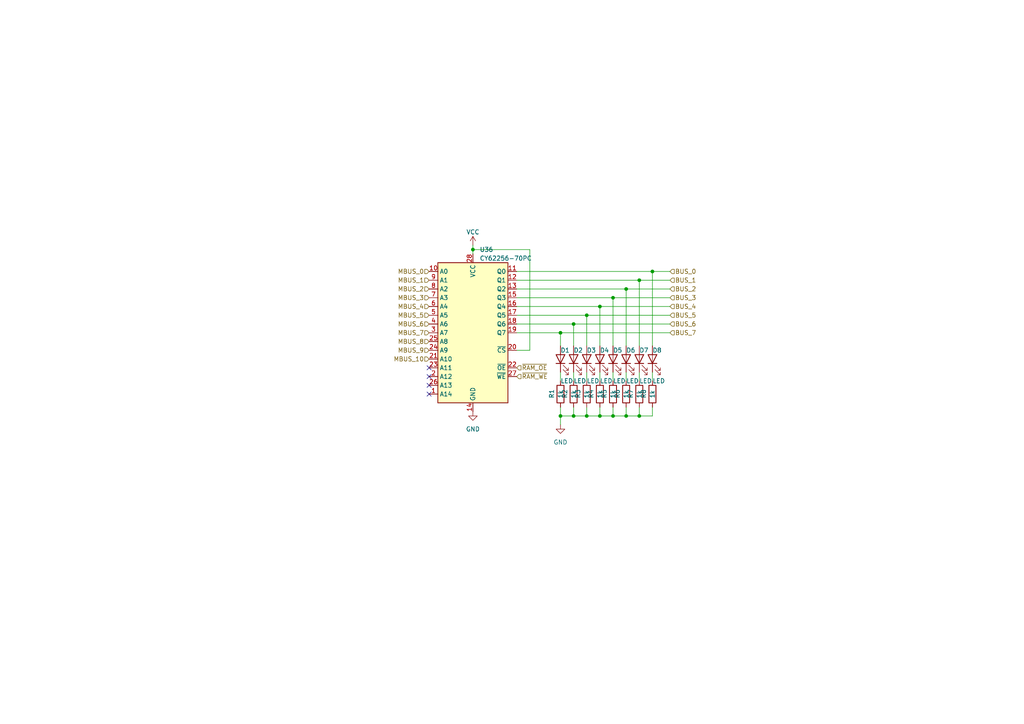
<source format=kicad_sch>
(kicad_sch (version 20230121) (generator eeschema)
  (paper "A4")
  (lib_symbols
    (symbol "Device:LED" (pin_numbers hide) (pin_names (offset 1.016) hide)
      (property "Reference" "D" (at 0 2.54 0))
      (property "Value" "LED" (at 0 -2.54 0))
      (symbol "LED_0_1"
        (polyline (pts (xy -1.27 -1.27) (xy -1.27 1.27)) (stroke (width 0.254)))
        (polyline (pts (xy -1.27 0) (xy 1.27 0)))
        (polyline (pts (xy 1.27 -1.27) (xy 1.27 1.27) (xy -1.27 0) (xy 1.27 -1.27)) (stroke (width 0.254)))
        (polyline (pts (xy -3.048 -0.762) (xy -4.572 -2.286) (xy -3.81 -2.286) (xy -4.572 -2.286) (xy -4.572 -1.524)))
        (polyline (pts (xy -1.778 -0.762) (xy -3.302 -2.286) (xy -2.54 -2.286) (xy -3.302 -2.286) (xy -3.302 -1.524)))
      )
      (symbol "LED_1_1"
        (pin passive line (at -3.81 0 0) (length 2.54) (name "K") (number "1"))
        (pin passive line (at 3.81 0 180) (length 2.54) (name "A") (number "2"))
      )
    )
    (symbol "Device:R" (pin_numbers hide) (pin_names (offset 0))
      (property "Reference" "R" (at 2.032 0 90))
      (property "Value" "R" (at 0 0 90))
      (symbol "R_0_1"
        (rectangle (start -1.016 -2.54) (end 1.016 2.54) (stroke (width 0.254)))
      )
      (symbol "R_1_1"
        (pin passive line (at 0 3.81 270) (length 1.27) (name "~") (number "1"))
        (pin passive line (at 0 -3.81 90) (length 1.27) (name "~") (number "2"))
      )
    )
    (symbol "Memory_RAM:CY62256-70PC"
      (property "Reference" "U" (at -10.16 20.955 0))
      (property "Value" "CY62256-70PC" (at 2.54 20.955 0))
      (symbol "CY62256-70PC_0_0"
        (pin power_in line (at 0 -22.86 90) (length 2.54) (name "GND") (number "14"))
        (pin power_in line (at 0 22.86 270) (length 2.54) (name "VCC") (number "28"))
      )
      (symbol "CY62256-70PC_0_1"
        (rectangle (start -10.16 20.32) (end 10.16 -20.32) (stroke (width 0.254)) (fill (type background)))
      )
      (symbol "CY62256-70PC_1_1"
        (pin input line (at -12.7 -17.78 0) (length 2.54) (name "A14") (number "1"))
        (pin input line (at -12.7 17.78 0) (length 2.54) (name "A0") (number "10"))
        (pin tri_state line (at 12.7 17.78 180) (length 2.54) (name "Q0") (number "11"))
        (pin tri_state line (at 12.7 15.24 180) (length 2.54) (name "Q1") (number "12"))
        (pin tri_state line (at 12.7 12.7 180) (length 2.54) (name "Q2") (number "13"))
        (pin tri_state line (at 12.7 10.16 180) (length 2.54) (name "Q3") (number "15"))
        (pin tri_state line (at 12.7 7.62 180) (length 2.54) (name "Q4") (number "16"))
        (pin tri_state line (at 12.7 5.08 180) (length 2.54) (name "Q5") (number "17"))
        (pin tri_state line (at 12.7 2.54 180) (length 2.54) (name "Q6") (number "18"))
        (pin tri_state line (at 12.7 0 180) (length 2.54) (name "Q7") (number "19"))
        (pin input line (at -12.7 -12.7 0) (length 2.54) (name "A12") (number "2"))
        (pin input line (at 12.7 -5.08 180) (length 2.54) (name "~{CS}") (number "20"))
        (pin input line (at -12.7 -7.62 0) (length 2.54) (name "A10") (number "21"))
        (pin input line (at 12.7 -10.16 180) (length 2.54) (name "~{OE}") (number "22"))
        (pin input line (at -12.7 -10.16 0) (length 2.54) (name "A11") (number "23"))
        (pin input line (at -12.7 -5.08 0) (length 2.54) (name "A9") (number "24"))
        (pin input line (at -12.7 -2.54 0) (length 2.54) (name "A8") (number "25"))
        (pin input line (at -12.7 -15.24 0) (length 2.54) (name "A13") (number "26"))
        (pin input line (at 12.7 -12.7 180) (length 2.54) (name "~{WE}") (number "27"))
        (pin input line (at -12.7 0 0) (length 2.54) (name "A7") (number "3"))
        (pin input line (at -12.7 2.54 0) (length 2.54) (name "A6") (number "4"))
        (pin input line (at -12.7 5.08 0) (length 2.54) (name "A5") (number "5"))
        (pin input line (at -12.7 7.62 0) (length 2.54) (name "A4") (number "6"))
        (pin input line (at -12.7 10.16 0) (length 2.54) (name "A3") (number "7"))
        (pin input line (at -12.7 12.7 0) (length 2.54) (name "A2") (number "8"))
        (pin input line (at -12.7 15.24 0) (length 2.54) (name "A1") (number "9"))
      )
    )
    (symbol "power:GND" (power) (pin_names (offset 0))
      (property "Value" "GND" (at 0 -3.81 0))
      (symbol "GND_0_1"
        (polyline (pts (xy 0 0) (xy 0 -1.27) (xy 1.27 -1.27) (xy 0 -2.54) (xy -1.27 -1.27) (xy 0 -1.27)))
      )
      (symbol "GND_1_1"
        (pin power_in line (at 0 0 270) (length 0) hide (name "GND") (number "1"))
      )
    )
    (symbol "power:VCC" (power) (pin_names (offset 0))
      (property "Value" "VCC" (at 0 3.81 0))
      (symbol "VCC_0_1"
        (polyline (pts (xy -0.762 1.27) (xy 0 2.54)))
        (polyline (pts (xy 0 0) (xy 0 2.54)))
        (polyline (pts (xy 0 2.54) (xy 0.762 1.27)))
      )
      (symbol "VCC_1_1"
        (pin power_in line (at 0 0 90) (length 0) hide (name "VCC") (number "1"))
      )
    )
  )
  (junction (at 166.37 93.98))
  (junction (at 177.8 120.65))
  (junction (at 170.18 91.44))
  (junction (at 189.23 78.74))
  (junction (at 177.8 86.36))
  (junction (at 173.99 120.65))
  (junction (at 137.16 72.39))
  (junction (at 170.18 120.65))
  (junction (at 162.56 120.65))
  (junction (at 166.37 120.65))
  (junction (at 173.99 88.9))
  (junction (at 181.61 83.82))
  (junction (at 162.56 96.52))
  (junction (at 185.42 81.28))
  (junction (at 181.61 120.65))
  (junction (at 185.42 120.65))
  (no_connect (at 124.46 111.76))
  (no_connect (at 124.46 109.22))
  (no_connect (at 124.46 106.68))
  (no_connect (at 124.46 114.3))
  (wire (pts (xy 189.23 78.74) (xy 194.31 78.74)))
  (wire (pts (xy 153.67 72.39) (xy 153.67 101.6)))
  (wire (pts (xy 177.8 86.36) (xy 177.8 100.33)))
  (wire (pts (xy 170.18 118.11) (xy 170.18 120.65)))
  (wire (pts (xy 181.61 107.95) (xy 181.61 110.49)))
  (wire (pts (xy 137.16 71.12) (xy 137.16 72.39)))
  (wire (pts (xy 170.18 107.95) (xy 170.18 110.49)))
  (wire (pts (xy 185.42 81.28) (xy 194.31 81.28)))
  (wire (pts (xy 166.37 107.95) (xy 166.37 110.49)))
  (wire (pts (xy 181.61 100.33) (xy 181.61 83.82)))
  (wire (pts (xy 185.42 120.65) (xy 189.23 120.65)))
  (wire (pts (xy 162.56 107.95) (xy 162.56 110.49)))
  (wire (pts (xy 181.61 118.11) (xy 181.61 120.65)))
  (wire (pts (xy 149.86 91.44) (xy 170.18 91.44)))
  (wire (pts (xy 177.8 118.11) (xy 177.8 120.65)))
  (wire (pts (xy 170.18 91.44) (xy 194.31 91.44)))
  (wire (pts (xy 137.16 72.39) (xy 153.67 72.39)))
  (wire (pts (xy 149.86 86.36) (xy 177.8 86.36)))
  (wire (pts (xy 162.56 120.65) (xy 162.56 123.19)))
  (wire (pts (xy 170.18 120.65) (xy 173.99 120.65)))
  (wire (pts (xy 166.37 93.98) (xy 166.37 100.33)))
  (wire (pts (xy 189.23 120.65) (xy 189.23 118.11)))
  (wire (pts (xy 189.23 107.95) (xy 189.23 110.49)))
  (wire (pts (xy 149.86 93.98) (xy 166.37 93.98)))
  (wire (pts (xy 185.42 118.11) (xy 185.42 120.65)))
  (wire (pts (xy 166.37 93.98) (xy 194.31 93.98)))
  (wire (pts (xy 177.8 120.65) (xy 181.61 120.65)))
  (wire (pts (xy 181.61 83.82) (xy 194.31 83.82)))
  (wire (pts (xy 149.86 81.28) (xy 185.42 81.28)))
  (wire (pts (xy 185.42 107.95) (xy 185.42 110.49)))
  (wire (pts (xy 162.56 96.52) (xy 162.56 100.33)))
  (wire (pts (xy 162.56 118.11) (xy 162.56 120.65)))
  (wire (pts (xy 189.23 78.74) (xy 189.23 100.33)))
  (wire (pts (xy 162.56 96.52) (xy 194.31 96.52)))
  (wire (pts (xy 149.86 88.9) (xy 173.99 88.9)))
  (wire (pts (xy 173.99 88.9) (xy 194.31 88.9)))
  (wire (pts (xy 173.99 120.65) (xy 177.8 120.65)))
  (wire (pts (xy 149.86 83.82) (xy 181.61 83.82)))
  (wire (pts (xy 166.37 118.11) (xy 166.37 120.65)))
  (wire (pts (xy 185.42 81.28) (xy 185.42 100.33)))
  (wire (pts (xy 149.86 78.74) (xy 189.23 78.74)))
  (wire (pts (xy 177.8 107.95) (xy 177.8 110.49)))
  (wire (pts (xy 166.37 120.65) (xy 170.18 120.65)))
  (wire (pts (xy 162.56 120.65) (xy 166.37 120.65)))
  (wire (pts (xy 149.86 96.52) (xy 162.56 96.52)))
  (wire (pts (xy 137.16 72.39) (xy 137.16 73.66)))
  (wire (pts (xy 173.99 118.11) (xy 173.99 120.65)))
  (wire (pts (xy 173.99 88.9) (xy 173.99 100.33)))
  (wire (pts (xy 170.18 91.44) (xy 170.18 100.33)))
  (wire (pts (xy 173.99 107.95) (xy 173.99 110.49)))
  (wire (pts (xy 181.61 120.65) (xy 185.42 120.65)))
  (wire (pts (xy 153.67 101.6) (xy 149.86 101.6)))
  (wire (pts (xy 177.8 86.36) (xy 194.31 86.36)))
  (hierarchical_label "BUS_5" (shape input) (at 194.31 91.44 0))
  (hierarchical_label "~{RAM_OE}" (shape input) (at 149.86 106.68 0))
  (hierarchical_label "BUS_4" (shape input) (at 194.31 88.9 0))
  (hierarchical_label "BUS_1" (shape input) (at 194.31 81.28 0))
  (hierarchical_label "MBUS_3" (shape input) (at 124.46 86.36 180))
  (hierarchical_label "MBUS_9" (shape input) (at 124.46 101.6 180))
  (hierarchical_label "MBUS_4" (shape input) (at 124.46 88.9 180))
  (hierarchical_label "MBUS_10" (shape input) (at 124.46 104.14 180))
  (hierarchical_label "BUS_6" (shape input) (at 194.31 93.98 0))
  (hierarchical_label "MBUS_0" (shape input) (at 124.46 78.74 180))
  (hierarchical_label "BUS_0" (shape input) (at 194.31 78.74 0))
  (hierarchical_label "MBUS_7" (shape input) (at 124.46 96.52 180))
  (hierarchical_label "~{RAM_WE}" (shape input) (at 149.86 109.22 0))
  (hierarchical_label "MBUS_8" (shape input) (at 124.46 99.06 180))
  (hierarchical_label "MBUS_6" (shape input) (at 124.46 93.98 180))
  (hierarchical_label "MBUS_2" (shape input) (at 124.46 83.82 180))
  (hierarchical_label "MBUS_5" (shape input) (at 124.46 91.44 180))
  (hierarchical_label "BUS_3" (shape input) (at 194.31 86.36 0))
  (hierarchical_label "BUS_2" (shape input) (at 194.31 83.82 0))
  (hierarchical_label "BUS_7" (shape input) (at 194.31 96.52 0))
  (hierarchical_label "MBUS_1" (shape input) (at 124.46 81.28 180))
  (symbol (lib_id "Device:LED") (at 189.23 104.14 90) (unit 1)
    (property "Reference" "D8" (at 189.23 101.6 90) (effects (justify right)))
    (property "Value" "LED" (at 189.23 110.49 90) (effects (justify right)))
    (instances (project "schematics" (path "" (reference "D8") (unit 1)) (path "" (reference "D16") (unit 1)) (path "" (reference "D24") (unit 1)) (path "" (reference "D88") (unit 1))))
  )
  (symbol (lib_id "Device:R") (at 170.18 114.3 0) (unit 1)
    (property "Reference" "R3" (at 167.64 115.57 90) (effects (justify left)))
    (property "Value" "1k" (at 170.18 115.57 90) (effects (justify left)))
    (instances (project "schematics" (path "" (reference "R3") (unit 1)) (path "" (reference "R11") (unit 1)) (path "" (reference "R19") (unit 1)) (path "" (reference "R97") (unit 1))))
  )
  (symbol (lib_id "Device:LED") (at 177.8 104.14 90) (unit 1)
    (property "Reference" "D5" (at 177.8 101.6 90) (effects (justify right)))
    (property "Value" "LED" (at 177.8 110.49 90) (effects (justify right)))
    (instances (project "schematics" (path "" (reference "D5") (unit 1)) (path "" (reference "D13") (unit 1)) (path "" (reference "D21") (unit 1)) (path "" (reference "D85") (unit 1))))
  )
  (symbol (lib_id "Device:LED") (at 173.99 104.14 90) (unit 1)
    (property "Reference" "D4" (at 173.99 101.6 90) (effects (justify right)))
    (property "Value" "LED" (at 173.99 110.49 90) (effects (justify right)))
    (instances (project "schematics" (path "" (reference "D4") (unit 1)) (path "" (reference "D12") (unit 1)) (path "" (reference "D20") (unit 1)) (path "" (reference "D84") (unit 1))))
  )
  (symbol (lib_id "Device:LED") (at 170.18 104.14 90) (unit 1)
    (property "Reference" "D3" (at 170.18 101.6 90) (effects (justify right)))
    (property "Value" "LED" (at 170.18 110.49 90) (effects (justify right)))
    (instances (project "schematics" (path "" (reference "D3") (unit 1)) (path "" (reference "D11") (unit 1)) (path "" (reference "D19") (unit 1)) (path "" (reference "D83") (unit 1))))
  )
  (symbol (lib_id "Device:LED") (at 181.61 104.14 90) (unit 1)
    (property "Reference" "D6" (at 181.61 101.6 90) (effects (justify right)))
    (property "Value" "LED" (at 181.61 110.49 90) (effects (justify right)))
    (instances (project "schematics" (path "" (reference "D6") (unit 1)) (path "" (reference "D14") (unit 1)) (path "" (reference "D22") (unit 1)) (path "" (reference "D86") (unit 1))))
  )
  (symbol (lib_id "Device:R") (at 173.99 114.3 0) (unit 1)
    (property "Reference" "R4" (at 171.45 115.57 90) (effects (justify left)))
    (property "Value" "1k" (at 173.99 115.57 90) (effects (justify left)))
    (instances (project "schematics" (path "" (reference "R4") (unit 1)) (path "" (reference "R12") (unit 1)) (path "" (reference "R20") (unit 1)) (path "" (reference "R98") (unit 1))))
  )
  (symbol (lib_id "Device:R") (at 181.61 114.3 0) (unit 1)
    (property "Reference" "R6" (at 179.07 115.57 90) (effects (justify left)))
    (property "Value" "1k" (at 181.61 115.57 90) (effects (justify left)))
    (instances (project "schematics" (path "" (reference "R6") (unit 1)) (path "" (reference "R14") (unit 1)) (path "" (reference "R22") (unit 1)) (path "" (reference "R100") (unit 1))))
  )
  (symbol (lib_id "Device:R") (at 162.56 114.3 0) (unit 1)
    (property "Reference" "R1" (at 160.02 115.57 90) (effects (justify left)))
    (property "Value" "1k" (at 162.56 115.57 90) (effects (justify left)))
    (instances (project "schematics" (path "" (reference "R1") (unit 1)) (path "" (reference "R9") (unit 1)) (path "" (reference "R17") (unit 1)) (path "" (reference "R95") (unit 1))))
  )
  (symbol (lib_id "power:VCC") (at 137.16 71.12 0) (unit 1)
    (property "Reference" "#PWR074" (effects hide))
    (property "Value" "VCC" (at 137.16 67.31 0))
  )
  (symbol (lib_id "Device:R") (at 185.42 114.3 0) (unit 1)
    (property "Reference" "R7" (at 182.88 115.57 90) (effects (justify left)))
    (property "Value" "1k" (at 185.42 115.57 90) (effects (justify left)))
    (instances (project "schematics" (path "" (reference "R7") (unit 1)) (path "" (reference "R15") (unit 1)) (path "" (reference "R23") (unit 1)) (path "" (reference "R101") (unit 1))))
  )
  (symbol (lib_id "Device:R") (at 166.37 114.3 0) (unit 1)
    (property "Reference" "R2" (at 163.83 115.57 90) (effects (justify left)))
    (property "Value" "1k" (at 166.37 115.57 90) (effects (justify left)))
    (instances (project "schematics" (path "" (reference "R2") (unit 1)) (path "" (reference "R10") (unit 1)) (path "" (reference "R18") (unit 1)) (path "" (reference "R96") (unit 1))))
  )
  (symbol (lib_id "Device:LED") (at 162.56 104.14 90) (unit 1)
    (property "Reference" "D1" (at 162.56 101.6 90) (effects (justify right)))
    (property "Value" "LED" (at 162.56 110.49 90) (effects (justify right)))
    (instances (project "schematics" (path "" (reference "D1") (unit 1)) (path "" (reference "D9") (unit 1)) (path "" (reference "D17") (unit 1)) (path "" (reference "D81") (unit 1))))
  )
  (symbol (lib_id "Device:LED") (at 185.42 104.14 90) (unit 1)
    (property "Reference" "D7" (at 185.42 101.6 90) (effects (justify right)))
    (property "Value" "LED" (at 185.42 110.49 90) (effects (justify right)))
    (instances (project "schematics" (path "" (reference "D7") (unit 1)) (path "" (reference "D15") (unit 1)) (path "" (reference "D23") (unit 1)) (path "" (reference "D87") (unit 1))))
  )
  (symbol (lib_id "Device:R") (at 189.23 114.3 0) (unit 1)
    (property "Reference" "R8" (at 186.69 115.57 90) (effects (justify left)))
    (property "Value" "1k" (at 189.23 115.57 90) (effects (justify left)))
    (instances (project "schematics" (path "" (reference "R8") (unit 1)) (path "" (reference "R16") (unit 1)) (path "" (reference "R24") (unit 1)) (path "" (reference "R102") (unit 1))))
  )
  (symbol (lib_id "power:GND") (at 137.16 119.38 0) (unit 1)
    (property "Reference" "#PWR03" (effects hide))
    (property "Value" "GND" (at 137.16 124.46 0))
    (instances (project "schematics" (path "" (reference "#PWR03") (unit 1)) (path "" (reference "#PWR06") (unit 1)) (path "" (reference "#PWR010") (unit 1)) (path "" (reference "#PWR076") (unit 1))))
  )
  (symbol (lib_id "Memory_RAM:CY62256-70PC") (at 137.16 96.52 0) (unit 1)
    (property "Reference" "U36" (at 139.1159 72.39 0) (effects (justify left)))
    (property "Value" "CY62256-70PC" (at 139.1159 74.93 0) (effects (justify left)))
    (property "Footprint" "Package_DIP:DIP-28_W15.24mm" (effects hide))
    (property "Datasheet" "https://ecee.colorado.edu/~mcclurel/Cypress_SRAM_CY62256.pdf" (effects hide))
  )
  (symbol (lib_id "Device:LED") (at 166.37 104.14 90) (unit 1)
    (property "Reference" "D2" (at 166.37 101.6 90) (effects (justify right)))
    (property "Value" "LED" (at 166.37 110.49 90) (effects (justify right)))
    (instances (project "schematics" (path "" (reference "D2") (unit 1)) (path "" (reference "D10") (unit 1)) (path "" (reference "D18") (unit 1)) (path "" (reference "D82") (unit 1))))
  )
  (symbol (lib_id "Device:R") (at 177.8 114.3 0) (unit 1)
    (property "Reference" "R5" (at 175.26 115.57 90) (effects (justify left)))
    (property "Value" "1k" (at 177.8 115.57 90) (effects (justify left)))
    (instances (project "schematics" (path "" (reference "R5") (unit 1)) (path "" (reference "R13") (unit 1)) (path "" (reference "R21") (unit 1)) (path "" (reference "R99") (unit 1))))
  )
  (symbol (lib_id "power:GND") (at 162.56 123.19 0) (unit 1)
    (property "Reference" "#PWR03" (effects hide))
    (property "Value" "GND" (at 162.56 128.27 0))
    (instances (project "schematics" (path "" (reference "#PWR03") (unit 1)) (path "" (reference "#PWR06") (unit 1)) (path "" (reference "#PWR010") (unit 1)) (path "" (reference "#PWR075") (unit 1))))
  )
)
</source>
